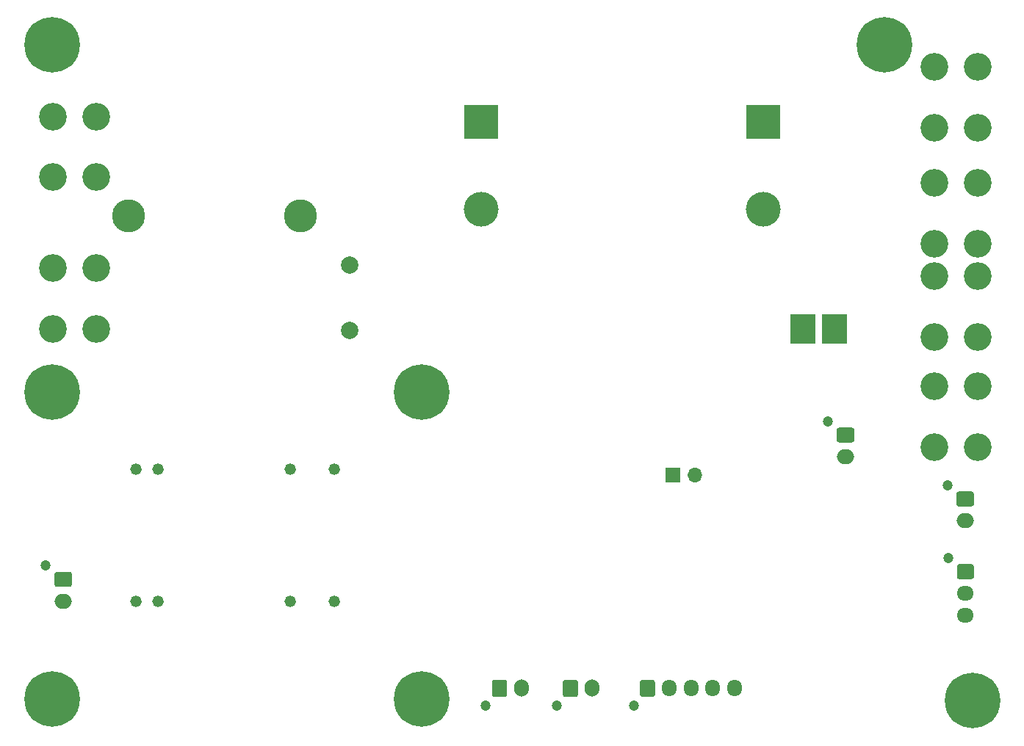
<source format=gbs>
G04 #@! TF.GenerationSoftware,KiCad,Pcbnew,(5.1.5)-3*
G04 #@! TF.CreationDate,2020-05-10T18:01:22+09:00*
G04 #@! TF.ProjectId,Current_Controller,43757272-656e-4745-9f43-6f6e74726f6c,rev?*
G04 #@! TF.SameCoordinates,Original*
G04 #@! TF.FileFunction,Soldermask,Bot*
G04 #@! TF.FilePolarity,Negative*
%FSLAX46Y46*%
G04 Gerber Fmt 4.6, Leading zero omitted, Abs format (unit mm)*
G04 Created by KiCad (PCBNEW (5.1.5)-3) date 2020-05-10 18:01:22*
%MOMM*%
%LPD*%
G04 APERTURE LIST*
%ADD10C,2.000000*%
%ADD11C,1.320800*%
%ADD12C,0.800000*%
%ADD13C,6.400000*%
%ADD14C,3.800000*%
%ADD15R,2.997200X3.454400*%
%ADD16C,3.200000*%
%ADD17C,4.000000*%
%ADD18R,4.000000X4.000000*%
%ADD19C,1.200000*%
%ADD20O,1.950000X1.700000*%
%ADD21C,0.100000*%
%ADD22O,2.000000X1.700000*%
%ADD23O,1.700000X1.950000*%
%ADD24O,1.700000X2.000000*%
%ADD25O,1.700000X1.700000*%
%ADD26R,1.700000X1.700000*%
G04 APERTURE END LIST*
D10*
X57150000Y-43180000D03*
X57150000Y-50680000D03*
D11*
X32512000Y-81915000D03*
X35052000Y-81915000D03*
X50292000Y-81915000D03*
X55372000Y-81915000D03*
X55372000Y-66675000D03*
X50292000Y-66675000D03*
X35052000Y-66675000D03*
X32512000Y-66675000D03*
D12*
X67102056Y-56087944D03*
X65405000Y-55385000D03*
X63707944Y-56087944D03*
X63005000Y-57785000D03*
X63707944Y-59482056D03*
X65405000Y-60185000D03*
X67102056Y-59482056D03*
X67805000Y-57785000D03*
D13*
X65405000Y-57785000D03*
D12*
X67102056Y-91440000D03*
X65405000Y-90737056D03*
X63707944Y-91440000D03*
X63005000Y-93137056D03*
X63707944Y-94834112D03*
X65405000Y-95537056D03*
X67102056Y-94834112D03*
X67805000Y-93137056D03*
D13*
X65405000Y-93137056D03*
D12*
X24557056Y-56087944D03*
X22860000Y-55385000D03*
X21162944Y-56087944D03*
X20460000Y-57785000D03*
X21162944Y-59482056D03*
X22860000Y-60185000D03*
X24557056Y-59482056D03*
X25260000Y-57785000D03*
D13*
X22860000Y-57785000D03*
D14*
X31623000Y-37465000D03*
X51435000Y-37465000D03*
D12*
X120442056Y-16082944D03*
X118745000Y-15380000D03*
X117047944Y-16082944D03*
X116345000Y-17780000D03*
X117047944Y-19477056D03*
X118745000Y-20180000D03*
X120442056Y-19477056D03*
X121145000Y-17780000D03*
D13*
X118745000Y-17780000D03*
D12*
X130602056Y-91647944D03*
X128905000Y-90945000D03*
X127207944Y-91647944D03*
X126505000Y-93345000D03*
X127207944Y-95042056D03*
X128905000Y-95745000D03*
X130602056Y-95042056D03*
X131305000Y-93345000D03*
D13*
X128905000Y-93345000D03*
D12*
X24557056Y-91440000D03*
X22860000Y-90737056D03*
X21162944Y-91440000D03*
X20460000Y-93137056D03*
X21162944Y-94834112D03*
X22860000Y-95537056D03*
X24557056Y-94834112D03*
X25260000Y-93137056D03*
D13*
X22860000Y-93137056D03*
D12*
X24557056Y-16082944D03*
X22860000Y-15380000D03*
X21162944Y-16082944D03*
X20460000Y-17780000D03*
X21162944Y-19477056D03*
X22860000Y-20180000D03*
X24557056Y-19477056D03*
X25260000Y-17780000D03*
D13*
X22860000Y-17780000D03*
D15*
X113030000Y-50546000D03*
X109372400Y-50546000D03*
D16*
X124540000Y-64150000D03*
X129540000Y-57150000D03*
X129540000Y-64150000D03*
X124540000Y-57150000D03*
X124540000Y-51450000D03*
X129540000Y-44450000D03*
X129540000Y-51450000D03*
X124540000Y-44450000D03*
X124540000Y-40655000D03*
X129540000Y-33655000D03*
X129540000Y-40655000D03*
X124540000Y-33655000D03*
X124540000Y-27320000D03*
X129540000Y-20320000D03*
X129540000Y-27320000D03*
X124540000Y-20320000D03*
X22940000Y-50490000D03*
X27940000Y-43490000D03*
X27940000Y-50490000D03*
X22940000Y-43490000D03*
X22940000Y-33020000D03*
X27940000Y-26020000D03*
X27940000Y-33020000D03*
X22940000Y-26020000D03*
D17*
X72263000Y-36670000D03*
D18*
X72263000Y-26670000D03*
D17*
X104775000Y-36670000D03*
D18*
X104775000Y-26670000D03*
D19*
X126117600Y-76886000D03*
D20*
X128117600Y-83486000D03*
X128117600Y-80986000D03*
D21*
G36*
X128867104Y-77637204D02*
G01*
X128891373Y-77640804D01*
X128915171Y-77646765D01*
X128938271Y-77655030D01*
X128960449Y-77665520D01*
X128981493Y-77678133D01*
X129001198Y-77692747D01*
X129019377Y-77709223D01*
X129035853Y-77727402D01*
X129050467Y-77747107D01*
X129063080Y-77768151D01*
X129073570Y-77790329D01*
X129081835Y-77813429D01*
X129087796Y-77837227D01*
X129091396Y-77861496D01*
X129092600Y-77886000D01*
X129092600Y-79086000D01*
X129091396Y-79110504D01*
X129087796Y-79134773D01*
X129081835Y-79158571D01*
X129073570Y-79181671D01*
X129063080Y-79203849D01*
X129050467Y-79224893D01*
X129035853Y-79244598D01*
X129019377Y-79262777D01*
X129001198Y-79279253D01*
X128981493Y-79293867D01*
X128960449Y-79306480D01*
X128938271Y-79316970D01*
X128915171Y-79325235D01*
X128891373Y-79331196D01*
X128867104Y-79334796D01*
X128842600Y-79336000D01*
X127392600Y-79336000D01*
X127368096Y-79334796D01*
X127343827Y-79331196D01*
X127320029Y-79325235D01*
X127296929Y-79316970D01*
X127274751Y-79306480D01*
X127253707Y-79293867D01*
X127234002Y-79279253D01*
X127215823Y-79262777D01*
X127199347Y-79244598D01*
X127184733Y-79224893D01*
X127172120Y-79203849D01*
X127161630Y-79181671D01*
X127153365Y-79158571D01*
X127147404Y-79134773D01*
X127143804Y-79110504D01*
X127142600Y-79086000D01*
X127142600Y-77886000D01*
X127143804Y-77861496D01*
X127147404Y-77837227D01*
X127153365Y-77813429D01*
X127161630Y-77790329D01*
X127172120Y-77768151D01*
X127184733Y-77747107D01*
X127199347Y-77727402D01*
X127215823Y-77709223D01*
X127234002Y-77692747D01*
X127253707Y-77678133D01*
X127274751Y-77665520D01*
X127296929Y-77655030D01*
X127320029Y-77646765D01*
X127343827Y-77640804D01*
X127368096Y-77637204D01*
X127392600Y-77636000D01*
X128842600Y-77636000D01*
X128867104Y-77637204D01*
G37*
D19*
X22130000Y-77775000D03*
D22*
X24130000Y-81875000D03*
D21*
G36*
X24904504Y-78526204D02*
G01*
X24928773Y-78529804D01*
X24952571Y-78535765D01*
X24975671Y-78544030D01*
X24997849Y-78554520D01*
X25018893Y-78567133D01*
X25038598Y-78581747D01*
X25056777Y-78598223D01*
X25073253Y-78616402D01*
X25087867Y-78636107D01*
X25100480Y-78657151D01*
X25110970Y-78679329D01*
X25119235Y-78702429D01*
X25125196Y-78726227D01*
X25128796Y-78750496D01*
X25130000Y-78775000D01*
X25130000Y-79975000D01*
X25128796Y-79999504D01*
X25125196Y-80023773D01*
X25119235Y-80047571D01*
X25110970Y-80070671D01*
X25100480Y-80092849D01*
X25087867Y-80113893D01*
X25073253Y-80133598D01*
X25056777Y-80151777D01*
X25038598Y-80168253D01*
X25018893Y-80182867D01*
X24997849Y-80195480D01*
X24975671Y-80205970D01*
X24952571Y-80214235D01*
X24928773Y-80220196D01*
X24904504Y-80223796D01*
X24880000Y-80225000D01*
X23380000Y-80225000D01*
X23355496Y-80223796D01*
X23331227Y-80220196D01*
X23307429Y-80214235D01*
X23284329Y-80205970D01*
X23262151Y-80195480D01*
X23241107Y-80182867D01*
X23221402Y-80168253D01*
X23203223Y-80151777D01*
X23186747Y-80133598D01*
X23172133Y-80113893D01*
X23159520Y-80092849D01*
X23149030Y-80070671D01*
X23140765Y-80047571D01*
X23134804Y-80023773D01*
X23131204Y-79999504D01*
X23130000Y-79975000D01*
X23130000Y-78775000D01*
X23131204Y-78750496D01*
X23134804Y-78726227D01*
X23140765Y-78702429D01*
X23149030Y-78679329D01*
X23159520Y-78657151D01*
X23172133Y-78636107D01*
X23186747Y-78616402D01*
X23203223Y-78598223D01*
X23221402Y-78581747D01*
X23241107Y-78567133D01*
X23262151Y-78554520D01*
X23284329Y-78544030D01*
X23307429Y-78535765D01*
X23331227Y-78529804D01*
X23355496Y-78526204D01*
X23380000Y-78525000D01*
X24880000Y-78525000D01*
X24904504Y-78526204D01*
G37*
D19*
X112300000Y-61138000D03*
D22*
X114300000Y-65238000D03*
D21*
G36*
X115074504Y-61889204D02*
G01*
X115098773Y-61892804D01*
X115122571Y-61898765D01*
X115145671Y-61907030D01*
X115167849Y-61917520D01*
X115188893Y-61930133D01*
X115208598Y-61944747D01*
X115226777Y-61961223D01*
X115243253Y-61979402D01*
X115257867Y-61999107D01*
X115270480Y-62020151D01*
X115280970Y-62042329D01*
X115289235Y-62065429D01*
X115295196Y-62089227D01*
X115298796Y-62113496D01*
X115300000Y-62138000D01*
X115300000Y-63338000D01*
X115298796Y-63362504D01*
X115295196Y-63386773D01*
X115289235Y-63410571D01*
X115280970Y-63433671D01*
X115270480Y-63455849D01*
X115257867Y-63476893D01*
X115243253Y-63496598D01*
X115226777Y-63514777D01*
X115208598Y-63531253D01*
X115188893Y-63545867D01*
X115167849Y-63558480D01*
X115145671Y-63568970D01*
X115122571Y-63577235D01*
X115098773Y-63583196D01*
X115074504Y-63586796D01*
X115050000Y-63588000D01*
X113550000Y-63588000D01*
X113525496Y-63586796D01*
X113501227Y-63583196D01*
X113477429Y-63577235D01*
X113454329Y-63568970D01*
X113432151Y-63558480D01*
X113411107Y-63545867D01*
X113391402Y-63531253D01*
X113373223Y-63514777D01*
X113356747Y-63496598D01*
X113342133Y-63476893D01*
X113329520Y-63455849D01*
X113319030Y-63433671D01*
X113310765Y-63410571D01*
X113304804Y-63386773D01*
X113301204Y-63362504D01*
X113300000Y-63338000D01*
X113300000Y-62138000D01*
X113301204Y-62113496D01*
X113304804Y-62089227D01*
X113310765Y-62065429D01*
X113319030Y-62042329D01*
X113329520Y-62020151D01*
X113342133Y-61999107D01*
X113356747Y-61979402D01*
X113373223Y-61961223D01*
X113391402Y-61944747D01*
X113411107Y-61930133D01*
X113432151Y-61917520D01*
X113454329Y-61907030D01*
X113477429Y-61898765D01*
X113501227Y-61892804D01*
X113525496Y-61889204D01*
X113550000Y-61888000D01*
X115050000Y-61888000D01*
X115074504Y-61889204D01*
G37*
D19*
X89880000Y-93948000D03*
D23*
X101480000Y-91948000D03*
X98980000Y-91948000D03*
X96480000Y-91948000D03*
X93980000Y-91948000D03*
D21*
G36*
X92104504Y-90974204D02*
G01*
X92128773Y-90977804D01*
X92152571Y-90983765D01*
X92175671Y-90992030D01*
X92197849Y-91002520D01*
X92218893Y-91015133D01*
X92238598Y-91029747D01*
X92256777Y-91046223D01*
X92273253Y-91064402D01*
X92287867Y-91084107D01*
X92300480Y-91105151D01*
X92310970Y-91127329D01*
X92319235Y-91150429D01*
X92325196Y-91174227D01*
X92328796Y-91198496D01*
X92330000Y-91223000D01*
X92330000Y-92673000D01*
X92328796Y-92697504D01*
X92325196Y-92721773D01*
X92319235Y-92745571D01*
X92310970Y-92768671D01*
X92300480Y-92790849D01*
X92287867Y-92811893D01*
X92273253Y-92831598D01*
X92256777Y-92849777D01*
X92238598Y-92866253D01*
X92218893Y-92880867D01*
X92197849Y-92893480D01*
X92175671Y-92903970D01*
X92152571Y-92912235D01*
X92128773Y-92918196D01*
X92104504Y-92921796D01*
X92080000Y-92923000D01*
X90880000Y-92923000D01*
X90855496Y-92921796D01*
X90831227Y-92918196D01*
X90807429Y-92912235D01*
X90784329Y-92903970D01*
X90762151Y-92893480D01*
X90741107Y-92880867D01*
X90721402Y-92866253D01*
X90703223Y-92849777D01*
X90686747Y-92831598D01*
X90672133Y-92811893D01*
X90659520Y-92790849D01*
X90649030Y-92768671D01*
X90640765Y-92745571D01*
X90634804Y-92721773D01*
X90631204Y-92697504D01*
X90630000Y-92673000D01*
X90630000Y-91223000D01*
X90631204Y-91198496D01*
X90634804Y-91174227D01*
X90640765Y-91150429D01*
X90649030Y-91127329D01*
X90659520Y-91105151D01*
X90672133Y-91084107D01*
X90686747Y-91064402D01*
X90703223Y-91046223D01*
X90721402Y-91029747D01*
X90741107Y-91015133D01*
X90762151Y-91002520D01*
X90784329Y-90992030D01*
X90807429Y-90983765D01*
X90831227Y-90977804D01*
X90855496Y-90974204D01*
X90880000Y-90973000D01*
X92080000Y-90973000D01*
X92104504Y-90974204D01*
G37*
D19*
X80990000Y-93948000D03*
D24*
X85090000Y-91948000D03*
D21*
G36*
X83214504Y-90949204D02*
G01*
X83238773Y-90952804D01*
X83262571Y-90958765D01*
X83285671Y-90967030D01*
X83307849Y-90977520D01*
X83328893Y-90990133D01*
X83348598Y-91004747D01*
X83366777Y-91021223D01*
X83383253Y-91039402D01*
X83397867Y-91059107D01*
X83410480Y-91080151D01*
X83420970Y-91102329D01*
X83429235Y-91125429D01*
X83435196Y-91149227D01*
X83438796Y-91173496D01*
X83440000Y-91198000D01*
X83440000Y-92698000D01*
X83438796Y-92722504D01*
X83435196Y-92746773D01*
X83429235Y-92770571D01*
X83420970Y-92793671D01*
X83410480Y-92815849D01*
X83397867Y-92836893D01*
X83383253Y-92856598D01*
X83366777Y-92874777D01*
X83348598Y-92891253D01*
X83328893Y-92905867D01*
X83307849Y-92918480D01*
X83285671Y-92928970D01*
X83262571Y-92937235D01*
X83238773Y-92943196D01*
X83214504Y-92946796D01*
X83190000Y-92948000D01*
X81990000Y-92948000D01*
X81965496Y-92946796D01*
X81941227Y-92943196D01*
X81917429Y-92937235D01*
X81894329Y-92928970D01*
X81872151Y-92918480D01*
X81851107Y-92905867D01*
X81831402Y-92891253D01*
X81813223Y-92874777D01*
X81796747Y-92856598D01*
X81782133Y-92836893D01*
X81769520Y-92815849D01*
X81759030Y-92793671D01*
X81750765Y-92770571D01*
X81744804Y-92746773D01*
X81741204Y-92722504D01*
X81740000Y-92698000D01*
X81740000Y-91198000D01*
X81741204Y-91173496D01*
X81744804Y-91149227D01*
X81750765Y-91125429D01*
X81759030Y-91102329D01*
X81769520Y-91080151D01*
X81782133Y-91059107D01*
X81796747Y-91039402D01*
X81813223Y-91021223D01*
X81831402Y-91004747D01*
X81851107Y-90990133D01*
X81872151Y-90977520D01*
X81894329Y-90967030D01*
X81917429Y-90958765D01*
X81941227Y-90952804D01*
X81965496Y-90949204D01*
X81990000Y-90948000D01*
X83190000Y-90948000D01*
X83214504Y-90949204D01*
G37*
D19*
X72822000Y-93948000D03*
D24*
X76922000Y-91948000D03*
D21*
G36*
X75046504Y-90949204D02*
G01*
X75070773Y-90952804D01*
X75094571Y-90958765D01*
X75117671Y-90967030D01*
X75139849Y-90977520D01*
X75160893Y-90990133D01*
X75180598Y-91004747D01*
X75198777Y-91021223D01*
X75215253Y-91039402D01*
X75229867Y-91059107D01*
X75242480Y-91080151D01*
X75252970Y-91102329D01*
X75261235Y-91125429D01*
X75267196Y-91149227D01*
X75270796Y-91173496D01*
X75272000Y-91198000D01*
X75272000Y-92698000D01*
X75270796Y-92722504D01*
X75267196Y-92746773D01*
X75261235Y-92770571D01*
X75252970Y-92793671D01*
X75242480Y-92815849D01*
X75229867Y-92836893D01*
X75215253Y-92856598D01*
X75198777Y-92874777D01*
X75180598Y-92891253D01*
X75160893Y-92905867D01*
X75139849Y-92918480D01*
X75117671Y-92928970D01*
X75094571Y-92937235D01*
X75070773Y-92943196D01*
X75046504Y-92946796D01*
X75022000Y-92948000D01*
X73822000Y-92948000D01*
X73797496Y-92946796D01*
X73773227Y-92943196D01*
X73749429Y-92937235D01*
X73726329Y-92928970D01*
X73704151Y-92918480D01*
X73683107Y-92905867D01*
X73663402Y-92891253D01*
X73645223Y-92874777D01*
X73628747Y-92856598D01*
X73614133Y-92836893D01*
X73601520Y-92815849D01*
X73591030Y-92793671D01*
X73582765Y-92770571D01*
X73576804Y-92746773D01*
X73573204Y-92722504D01*
X73572000Y-92698000D01*
X73572000Y-91198000D01*
X73573204Y-91173496D01*
X73576804Y-91149227D01*
X73582765Y-91125429D01*
X73591030Y-91102329D01*
X73601520Y-91080151D01*
X73614133Y-91059107D01*
X73628747Y-91039402D01*
X73645223Y-91021223D01*
X73663402Y-91004747D01*
X73683107Y-90990133D01*
X73704151Y-90977520D01*
X73726329Y-90967030D01*
X73749429Y-90958765D01*
X73773227Y-90952804D01*
X73797496Y-90949204D01*
X73822000Y-90948000D01*
X75022000Y-90948000D01*
X75046504Y-90949204D01*
G37*
D19*
X126092200Y-68504000D03*
D22*
X128092200Y-72604000D03*
D21*
G36*
X128866704Y-69255204D02*
G01*
X128890973Y-69258804D01*
X128914771Y-69264765D01*
X128937871Y-69273030D01*
X128960049Y-69283520D01*
X128981093Y-69296133D01*
X129000798Y-69310747D01*
X129018977Y-69327223D01*
X129035453Y-69345402D01*
X129050067Y-69365107D01*
X129062680Y-69386151D01*
X129073170Y-69408329D01*
X129081435Y-69431429D01*
X129087396Y-69455227D01*
X129090996Y-69479496D01*
X129092200Y-69504000D01*
X129092200Y-70704000D01*
X129090996Y-70728504D01*
X129087396Y-70752773D01*
X129081435Y-70776571D01*
X129073170Y-70799671D01*
X129062680Y-70821849D01*
X129050067Y-70842893D01*
X129035453Y-70862598D01*
X129018977Y-70880777D01*
X129000798Y-70897253D01*
X128981093Y-70911867D01*
X128960049Y-70924480D01*
X128937871Y-70934970D01*
X128914771Y-70943235D01*
X128890973Y-70949196D01*
X128866704Y-70952796D01*
X128842200Y-70954000D01*
X127342200Y-70954000D01*
X127317696Y-70952796D01*
X127293427Y-70949196D01*
X127269629Y-70943235D01*
X127246529Y-70934970D01*
X127224351Y-70924480D01*
X127203307Y-70911867D01*
X127183602Y-70897253D01*
X127165423Y-70880777D01*
X127148947Y-70862598D01*
X127134333Y-70842893D01*
X127121720Y-70821849D01*
X127111230Y-70799671D01*
X127102965Y-70776571D01*
X127097004Y-70752773D01*
X127093404Y-70728504D01*
X127092200Y-70704000D01*
X127092200Y-69504000D01*
X127093404Y-69479496D01*
X127097004Y-69455227D01*
X127102965Y-69431429D01*
X127111230Y-69408329D01*
X127121720Y-69386151D01*
X127134333Y-69365107D01*
X127148947Y-69345402D01*
X127165423Y-69327223D01*
X127183602Y-69310747D01*
X127203307Y-69296133D01*
X127224351Y-69283520D01*
X127246529Y-69273030D01*
X127269629Y-69264765D01*
X127293427Y-69258804D01*
X127317696Y-69255204D01*
X127342200Y-69254000D01*
X128842200Y-69254000D01*
X128866704Y-69255204D01*
G37*
D25*
X96901000Y-67373500D03*
D26*
X94361000Y-67373500D03*
M02*

</source>
